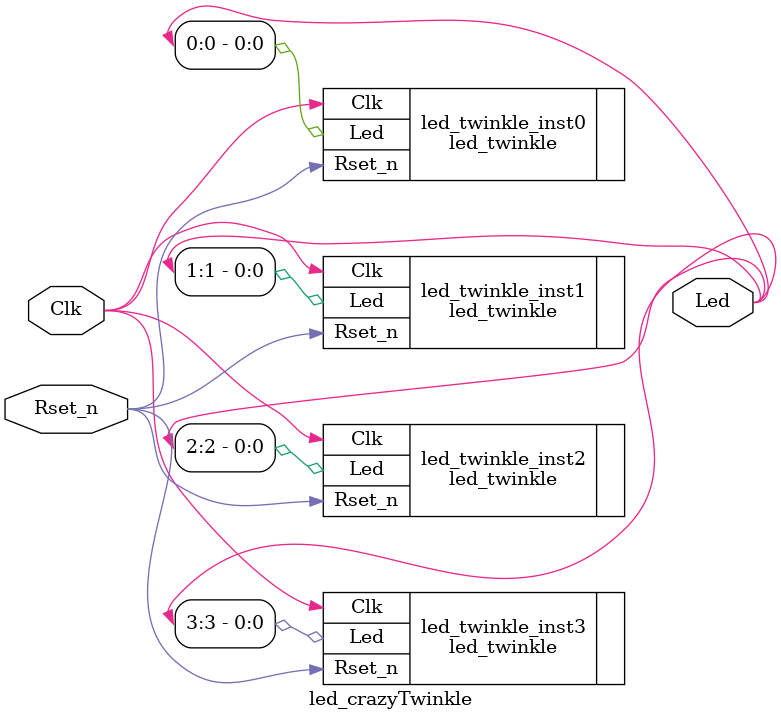
<source format=v>
`timescale 1ns / 1ps
module led_crazyTwinkle(
    Clk,
    Rset_n,
    Led
    );
    input Clk;
    input Rset_n;
    output [3:0]Led;
    //ÒÔÏÂ×¢ÊÍ°æ±¾ÊÇ4¸öÄ£¿é¸÷ÓÃ¸÷µÄ²ÎÊýMCNT£¬²»ÄÜÍ¨¹ý¶¥²ãµÄ²ÎÊýÍ³Ò»µ÷¿Ø£¬Ê¹µÃ·ÂÕæÊµÑéÓÐµãÂý
//    //Àý»¯led_twinkleÄ£¿é4´ÎÈçÏÂ
//    led_twinkle led_twinkle_inst0(
//    .Clk(Clk),//ËÄ¸öÄ£¿éµÄClkÁ´½Óµ½¶¥²ãÄ£¿éµÄClk
//    .Rset_n(Rset_n),//ËÄ¸öÄ£¿éµÄRset_nÁ´½Óµ½¶¥²ãÄ£¿éµÄRset_n
//    .Led(Led[0])//¿ØÖÆµÚ1¸öµÆ£¬ÒÔ´ËÀàÍÆ
//);
//    led_twinkle#(
//        .MCNT(12499999)
//    )
//    led_twinkle_inst1(
//    .Clk(Clk),
//    .Rset_n(Rset_n),
//    .Led(Led[1])
//);
//    led_twinkle#(
//        .MCNT(6249999)
//    ) 
//    led_twinkle_inst2(
//    .Clk(Clk),
//    .Rset_n(Rset_n),
//    .Led(Led[2])
//);
//    led_twinkle led_twinkle_inst3(
//    .Clk(Clk),
//    .Rset_n(Rset_n),
//    .Led(Led[3])
//);
//defparam led_twinkle_inst3.MCNT=2500000-1;


//ÒÔÏÂ°æ±¾ÊÇÍ¨¹ý¶¥²ãMCNT0,1,2,3Êýµ÷¿Ø4¸ö×ÓÄ£¿éMCNT²ÎÊý,ÔÚ·ÂÕæÊ±£¬¿ÉÒÔÖØÐÂ¶¨ÒåMCNT0,1,2,3Ê¹µÃ·ÂÕæÊµÑéÅÜ¿ìµã
    //    //Àý»¯led_twinkleÄ£¿é4´ÎÈçÏÂ
    parameter MCNT0=25000000-1;
    parameter MCNT1=12500000-1;
    parameter MCNT2=6250000-1;
    parameter MCNT3=2500000-1;
    led_twinkle led_twinkle_inst0(
    .Clk(Clk),//ËÄ¸öÄ£¿éµÄClkÁ´½Óµ½¶¥²ãÄ£¿éµÄClk
    .Rset_n(Rset_n),//ËÄ¸öÄ£¿éµÄRset_nÁ´½Óµ½¶¥²ãÄ£¿éµÄRset_n
    .Led(Led[0])//¿ØÖÆµÚ1¸öµÆ£¬ÒÔ´ËÀàÍÆ
);
    led_twinkle#(
        .MCNT(MCNT1)
    )
    led_twinkle_inst1(
    .Clk(Clk),
    .Rset_n(Rset_n),
    .Led(Led[1])
);
    led_twinkle#(
        .MCNT(MCNT2)
    ) 
    led_twinkle_inst2(
    .Clk(Clk),
    .Rset_n(Rset_n),
    .Led(Led[2])
);
    led_twinkle led_twinkle_inst3(
    .Clk(Clk),
    .Rset_n(Rset_n),
    .Led(Led[3])
);
defparam led_twinkle_inst3.MCNT=MCNT3;
endmodule

</source>
